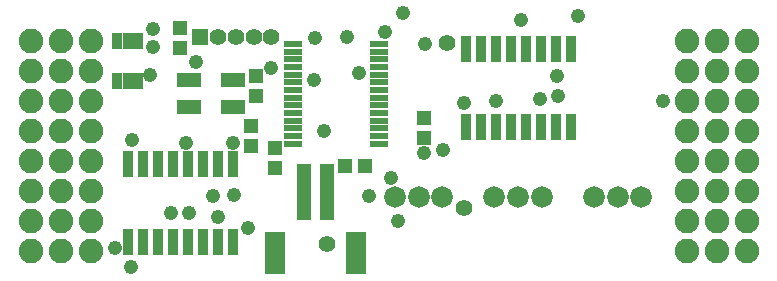
<source format=gts>
G75*
G70*
%OFA0B0*%
%FSLAX24Y24*%
%IPPOS*%
%LPD*%
%AMOC8*
5,1,8,0,0,1.08239X$1,22.5*
%
%ADD10R,0.0630X0.0217*%
%ADD11R,0.0556X0.0556*%
%ADD12C,0.0556*%
%ADD13R,0.0828X0.0513*%
%ADD14R,0.0474X0.0513*%
%ADD15R,0.0340X0.0880*%
%ADD16C,0.0820*%
%ADD17R,0.0513X0.0474*%
%ADD18R,0.0330X0.0580*%
%ADD19C,0.0720*%
%ADD20R,0.0474X0.1891*%
%ADD21R,0.0710X0.1419*%
%ADD22C,0.0476*%
%ADD23C,0.0555*%
D10*
X009906Y005178D03*
X009906Y005434D03*
X009906Y005690D03*
X009906Y005946D03*
X009906Y006202D03*
X009906Y006458D03*
X009906Y006713D03*
X009906Y006969D03*
X009906Y007225D03*
X009906Y007481D03*
X009906Y007737D03*
X009906Y007993D03*
X009906Y008249D03*
X009906Y008505D03*
X012785Y008505D03*
X012785Y008249D03*
X012785Y007993D03*
X012785Y007737D03*
X012785Y007481D03*
X012785Y007225D03*
X012785Y006969D03*
X012785Y006713D03*
X012785Y006458D03*
X012785Y006202D03*
X012785Y005946D03*
X012785Y005690D03*
X012785Y005434D03*
X012785Y005178D03*
D11*
X006828Y008732D03*
D12*
X007419Y008732D03*
X008009Y008732D03*
X008600Y008732D03*
X009190Y008732D03*
D13*
X007901Y007316D03*
X006444Y007316D03*
X006444Y006410D03*
X007901Y006410D03*
D14*
X008679Y006770D03*
X008679Y007440D03*
X006149Y008367D03*
X006149Y009036D03*
X014294Y006041D03*
X014294Y005371D03*
X009308Y005025D03*
X008523Y005087D03*
X008523Y005757D03*
X009308Y004356D03*
D15*
X007927Y004499D03*
X007427Y004499D03*
X006927Y004499D03*
X006427Y004499D03*
X005927Y004499D03*
X005427Y004499D03*
X004927Y004499D03*
X004427Y004499D03*
X004427Y001889D03*
X004927Y001889D03*
X005427Y001889D03*
X005927Y001889D03*
X006427Y001889D03*
X006927Y001889D03*
X007427Y001889D03*
X007927Y001889D03*
X015682Y005729D03*
X016182Y005729D03*
X016682Y005729D03*
X017182Y005729D03*
X017682Y005729D03*
X018182Y005729D03*
X018682Y005729D03*
X019182Y005729D03*
X019182Y008339D03*
X018682Y008339D03*
X018182Y008339D03*
X017682Y008339D03*
X017182Y008339D03*
X016682Y008339D03*
X016182Y008339D03*
X015682Y008339D03*
D16*
X001177Y001593D03*
X002177Y001593D03*
X003177Y001593D03*
X003177Y002593D03*
X002177Y002593D03*
X001177Y002593D03*
X001177Y003593D03*
X002177Y003593D03*
X003177Y003593D03*
X003177Y004593D03*
X002177Y004593D03*
X001177Y004593D03*
X001177Y005593D03*
X002177Y005593D03*
X003177Y005593D03*
X003177Y006593D03*
X002177Y006593D03*
X001177Y006593D03*
X001177Y007593D03*
X002177Y007593D03*
X003177Y007593D03*
X003177Y008593D03*
X002177Y008593D03*
X001177Y008593D03*
X023035Y008593D03*
X024035Y008593D03*
X025035Y008593D03*
X025035Y007593D03*
X024035Y007593D03*
X023035Y007593D03*
X023035Y006593D03*
X024035Y006593D03*
X025035Y006593D03*
X025035Y005593D03*
X024035Y005593D03*
X023035Y005593D03*
X023035Y004593D03*
X024035Y004593D03*
X025035Y004593D03*
X025035Y003593D03*
X024035Y003593D03*
X023035Y003593D03*
X023035Y002593D03*
X024035Y002593D03*
X025035Y002593D03*
X025035Y001593D03*
X024035Y001593D03*
X023035Y001593D03*
D17*
X012304Y004436D03*
X011635Y004436D03*
D18*
X004761Y007278D03*
X004411Y007278D03*
X004061Y007278D03*
X004057Y008597D03*
X004407Y008597D03*
X004757Y008597D03*
D19*
X013322Y003397D03*
X014110Y003397D03*
X014897Y003397D03*
X016629Y003400D03*
X017417Y003400D03*
X018204Y003400D03*
X019949Y003402D03*
X020737Y003402D03*
X021524Y003402D03*
D20*
X011061Y003583D03*
X010274Y003583D03*
D21*
X009329Y001536D03*
X012006Y001536D03*
D22*
X013413Y002601D03*
X012440Y003428D03*
X013178Y004049D03*
X014293Y004873D03*
X014921Y004963D03*
X015621Y006527D03*
X016673Y006617D03*
X018149Y006656D03*
X018750Y006765D03*
X018700Y007424D03*
X022254Y006614D03*
X017511Y009297D03*
X019409Y009452D03*
X014310Y008507D03*
X012981Y008910D03*
X011732Y008743D03*
X010653Y008688D03*
X009178Y007689D03*
X010602Y007319D03*
X012114Y007532D03*
X010964Y005613D03*
X007932Y005200D03*
X006348Y005210D03*
X004566Y005317D03*
X007952Y003466D03*
X007243Y003428D03*
X006465Y002854D03*
X005846Y002857D03*
X007421Y002739D03*
X008405Y002385D03*
X004527Y001066D03*
X003976Y001715D03*
X005166Y007458D03*
X006677Y007898D03*
X005244Y008391D03*
X005259Y009019D03*
X013583Y009528D03*
D23*
X015039Y008526D03*
X015610Y003034D03*
X011065Y001840D03*
M02*

</source>
